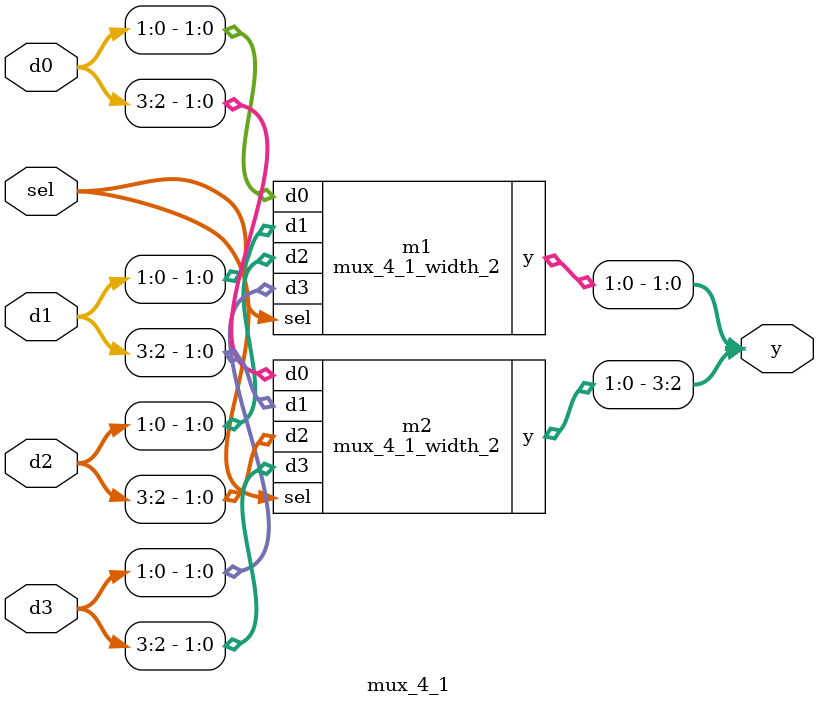
<source format=sv>

module mux_4_1_width_2
(
  input  [1:0] d0, d1, d2, d3,
  input  [1:0] sel,
  output [1:0] y
);

  assign y = sel [1] ? (sel [0] ? d3 : d2)
                     : (sel [0] ? d1 : d0);

endmodule

//----------------------------------------------------------------------------
// Task
//----------------------------------------------------------------------------

module mux_4_1
(
  input  [3:0] d0, d1, d2, d3,
  input  [1:0] sel,
  output [3:0] y
);


mux_4_1_width_2 m1 (.d0(d0[1:0]),.d1(d1[1:0]),.d2(d2[1:0]),.d3(d3[1:0]),.sel(sel),.y(y[1:0]));
mux_4_1_width_2 m2 (.d0(d0[3:2]),.d1(d1[3:2]),.d2(d2[3:2]),.d3(d3[3:2]),.sel(sel),.y(y[3:2]));


  // Task:
  // Implement mux_4_1 with 4-bit data
  // using two instances of mux_4_1_width_2 with 2-bit data


endmodule

</source>
